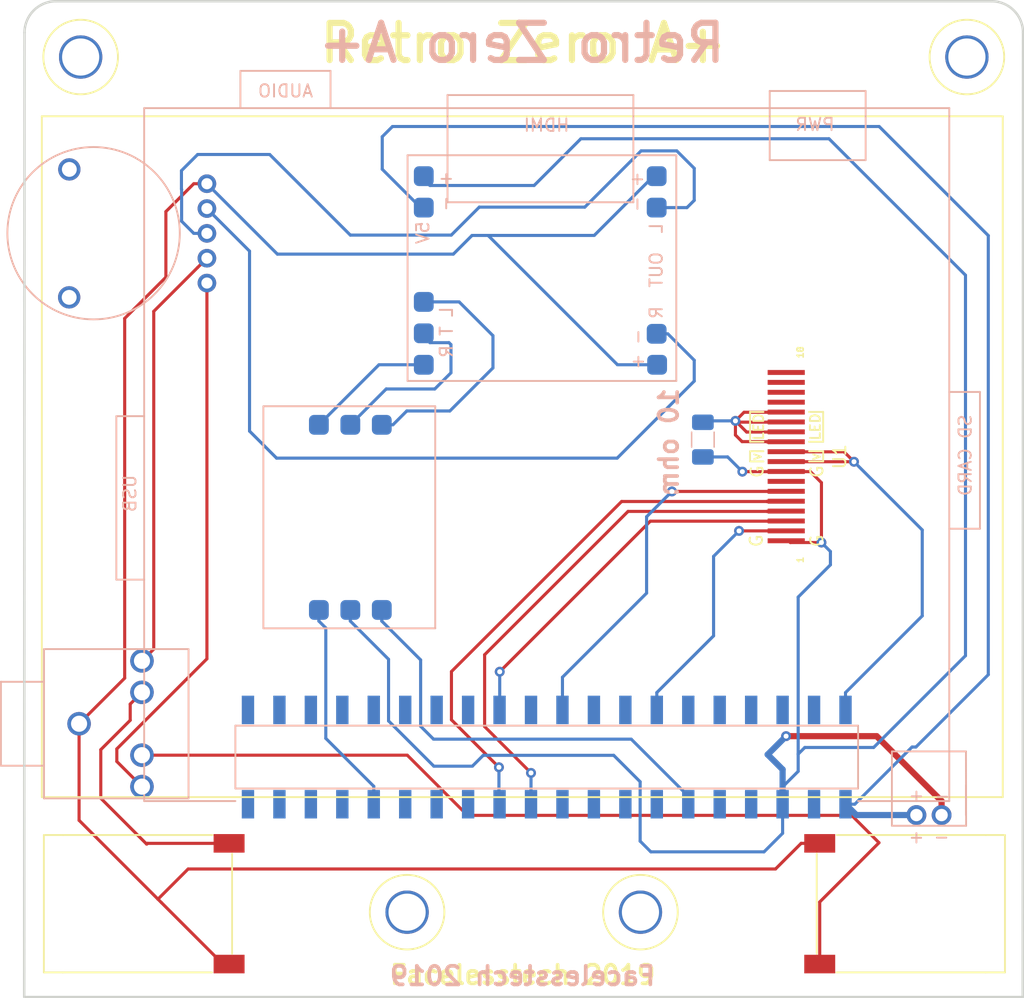
<source format=kicad_pcb>
(kicad_pcb (version 20171130) (host pcbnew 5.0.2+dfsg1-1~bpo9+1)

  (general
    (thickness 1.6)
    (drawings 11)
    (tracks 214)
    (zones 0)
    (modules 14)
    (nets 61)
  )

  (page A4)
  (layers
    (0 F.Cu signal)
    (31 B.Cu signal)
    (32 B.Adhes user)
    (33 F.Adhes user)
    (34 B.Paste user)
    (35 F.Paste user)
    (36 B.SilkS user)
    (37 F.SilkS user)
    (38 B.Mask user)
    (39 F.Mask user)
    (40 Dwgs.User user)
    (41 Cmts.User user)
    (42 Eco1.User user)
    (43 Eco2.User user)
    (44 Edge.Cuts user)
    (45 Margin user)
    (46 B.CrtYd user)
    (47 F.CrtYd user)
    (48 B.Fab user)
    (49 F.Fab user)
  )

  (setup
    (last_trace_width 0.25)
    (user_trace_width 0.5)
    (trace_clearance 0.2)
    (zone_clearance 0.508)
    (zone_45_only no)
    (trace_min 0.2)
    (segment_width 0.2)
    (edge_width 0.2)
    (via_size 0.8)
    (via_drill 0.4)
    (via_min_size 0.4)
    (via_min_drill 0.3)
    (uvia_size 0.3)
    (uvia_drill 0.1)
    (uvias_allowed no)
    (uvia_min_size 0.2)
    (uvia_min_drill 0.1)
    (pcb_text_width 0.3)
    (pcb_text_size 1.5 1.5)
    (mod_edge_width 0.15)
    (mod_text_size 1 1)
    (mod_text_width 0.15)
    (pad_size 1.524 1.524)
    (pad_drill 0.762)
    (pad_to_mask_clearance 0.051)
    (solder_mask_min_width 0.25)
    (aux_axis_origin 0 0)
    (visible_elements FFFFFF7F)
    (pcbplotparams
      (layerselection 0x010f0_ffffffff)
      (usegerberextensions false)
      (usegerberattributes false)
      (usegerberadvancedattributes false)
      (creategerberjobfile false)
      (excludeedgelayer true)
      (linewidth 0.100000)
      (plotframeref false)
      (viasonmask false)
      (mode 1)
      (useauxorigin false)
      (hpglpennumber 1)
      (hpglpenspeed 20)
      (hpglpendiameter 15.000000)
      (psnegative false)
      (psa4output false)
      (plotreference true)
      (plotvalue true)
      (plotinvisibletext false)
      (padsonsilk false)
      (subtractmaskfromsilk false)
      (outputformat 1)
      (mirror false)
      (drillshape 0)
      (scaleselection 1)
      (outputdirectory "gerbers/"))
  )

  (net 0 "")
  (net 1 "Net-(J1-Pad1)")
  (net 2 "Net-(J1-Pad2)")
  (net 3 "Net-(J1-Pad3)")
  (net 4 "Net-(J1-Pad4)")
  (net 5 "Net-(J1-Pad5)")
  (net 6 "Net-(J1-Pad7)")
  (net 7 "Net-(J1-Pad8)")
  (net 8 "Net-(J1-Pad9)")
  (net 9 "Net-(J1-Pad10)")
  (net 10 "Net-(J1-Pad11)")
  (net 11 "Net-(J1-Pad12)")
  (net 12 "Net-(J1-Pad13)")
  (net 13 "Net-(J1-Pad14)")
  (net 14 "Net-(J1-Pad15)")
  (net 15 "Net-(J1-Pad16)")
  (net 16 "Net-(J1-Pad17)")
  (net 17 "Net-(J1-Pad18)")
  (net 18 "Net-(J1-Pad19)")
  (net 19 "Net-(J1-Pad20)")
  (net 20 "Net-(J1-Pad21)")
  (net 21 "Net-(J1-Pad22)")
  (net 22 "Net-(J1-Pad23)")
  (net 23 "Net-(J1-Pad24)")
  (net 24 "Net-(J1-Pad25)")
  (net 25 "Net-(J1-Pad26)")
  (net 26 "Net-(J1-Pad27)")
  (net 27 "Net-(J1-Pad28)")
  (net 28 "Net-(J1-Pad29)")
  (net 29 "Net-(J1-Pad30)")
  (net 30 "Net-(J1-Pad31)")
  (net 31 "Net-(J1-Pad32)")
  (net 32 "Net-(J1-Pad33)")
  (net 33 "Net-(J1-Pad34)")
  (net 34 "Net-(J1-Pad35)")
  (net 35 "Net-(J1-Pad36)")
  (net 36 "Net-(J1-Pad37)")
  (net 37 "Net-(J1-Pad38)")
  (net 38 "Net-(J1-Pad39)")
  (net 39 "Net-(J1-Pad40)")
  (net 40 "Net-(R1-Pad2)")
  (net 41 "Net-(U1-Pad7)")
  (net 42 "Net-(U1-Pad15)")
  (net 43 "Net-(U1-Pad16)")
  (net 44 "Net-(U1-Pad17)")
  (net 45 "Net-(U1-Pad18)")
  (net 46 "Net-(LS1-Pad1)")
  (net 47 "Net-(U2-Pad7)")
  (net 48 "Net-(U2-Pad8)")
  (net 49 "Net-(LS2-Pad2)")
  (net 50 "Net-(LS1-Pad2)")
  (net 51 "Net-(U3-Pad4)")
  (net 52 "Net-(U3-Pad5)")
  (net 53 "Net-(U5-Pad1)")
  (net 54 "Net-(U6-Pad1)")
  (net 55 "Net-(U7-Pad1)")
  (net 56 "Net-(U8-Pad1)")
  (net 57 "Net-(J1-Pad6)")
  (net 58 "Net-(U2-Pad1)")
  (net 59 "Net-(U2-Pad3)")
  (net 60 "Net-(U2-Pad2)")

  (net_class Default "This is the default net class."
    (clearance 0.2)
    (trace_width 0.25)
    (via_dia 0.8)
    (via_drill 0.4)
    (uvia_dia 0.3)
    (uvia_drill 0.1)
    (add_net "Net-(J1-Pad1)")
    (add_net "Net-(J1-Pad10)")
    (add_net "Net-(J1-Pad11)")
    (add_net "Net-(J1-Pad12)")
    (add_net "Net-(J1-Pad13)")
    (add_net "Net-(J1-Pad14)")
    (add_net "Net-(J1-Pad15)")
    (add_net "Net-(J1-Pad16)")
    (add_net "Net-(J1-Pad17)")
    (add_net "Net-(J1-Pad18)")
    (add_net "Net-(J1-Pad19)")
    (add_net "Net-(J1-Pad2)")
    (add_net "Net-(J1-Pad20)")
    (add_net "Net-(J1-Pad21)")
    (add_net "Net-(J1-Pad22)")
    (add_net "Net-(J1-Pad23)")
    (add_net "Net-(J1-Pad24)")
    (add_net "Net-(J1-Pad25)")
    (add_net "Net-(J1-Pad26)")
    (add_net "Net-(J1-Pad27)")
    (add_net "Net-(J1-Pad28)")
    (add_net "Net-(J1-Pad29)")
    (add_net "Net-(J1-Pad3)")
    (add_net "Net-(J1-Pad30)")
    (add_net "Net-(J1-Pad31)")
    (add_net "Net-(J1-Pad32)")
    (add_net "Net-(J1-Pad33)")
    (add_net "Net-(J1-Pad34)")
    (add_net "Net-(J1-Pad35)")
    (add_net "Net-(J1-Pad36)")
    (add_net "Net-(J1-Pad37)")
    (add_net "Net-(J1-Pad38)")
    (add_net "Net-(J1-Pad39)")
    (add_net "Net-(J1-Pad4)")
    (add_net "Net-(J1-Pad40)")
    (add_net "Net-(J1-Pad5)")
    (add_net "Net-(J1-Pad6)")
    (add_net "Net-(J1-Pad7)")
    (add_net "Net-(J1-Pad8)")
    (add_net "Net-(J1-Pad9)")
    (add_net "Net-(LS1-Pad1)")
    (add_net "Net-(LS1-Pad2)")
    (add_net "Net-(LS2-Pad2)")
    (add_net "Net-(R1-Pad2)")
    (add_net "Net-(U1-Pad15)")
    (add_net "Net-(U1-Pad16)")
    (add_net "Net-(U1-Pad17)")
    (add_net "Net-(U1-Pad18)")
    (add_net "Net-(U1-Pad7)")
    (add_net "Net-(U2-Pad1)")
    (add_net "Net-(U2-Pad2)")
    (add_net "Net-(U2-Pad3)")
    (add_net "Net-(U2-Pad7)")
    (add_net "Net-(U2-Pad8)")
    (add_net "Net-(U3-Pad4)")
    (add_net "Net-(U3-Pad5)")
    (add_net "Net-(U5-Pad1)")
    (add_net "Net-(U6-Pad1)")
    (add_net "Net-(U7-Pad1)")
    (add_net "Net-(U8-Pad1)")
  )

  (module screens:3.2_screen_ribbon_breakout (layer F.Cu) (tedit 5D501A6B) (tstamp 5D501AA1)
    (at 169.7609 76.3778 90)
    (path /5D0BCEB2)
    (fp_text reference U1 (at 0 2.794 90) (layer F.SilkS)
      (effects (font (size 1 1) (thickness 0.15)))
    )
    (fp_text value 3.2_screen_ribbon (at 0 -5.715 90) (layer F.Fab) hide
      (effects (font (size 1 1) (thickness 0.15)))
    )
    (fp_text user 1 (at -8.3312 -0.381 90) (layer F.SilkS)
      (effects (font (size 0.5 0.5) (thickness 0.125)))
    )
    (fp_text user 18 (at 8.4328 -0.381 90) (layer F.SilkS)
      (effects (font (size 0.5 0.5) (thickness 0.125)))
    )
    (fp_line (start 0.4445 0.3175) (end 0.4445 1.4605) (layer F.SilkS) (width 0.15))
    (fp_line (start 0.4445 1.4605) (end -0.381 1.4605) (layer F.SilkS) (width 0.15))
    (fp_line (start -0.381 1.4605) (end -0.381 0.3175) (layer F.SilkS) (width 0.15))
    (fp_line (start 1.2065 -3.3655) (end 1.2065 -4.445) (layer F.SilkS) (width 0.15))
    (fp_line (start 0.4445 -4.445) (end -0.381 -4.445) (layer F.SilkS) (width 0.15))
    (fp_line (start 0.4445 -3.3655) (end 0.4445 -4.445) (layer F.SilkS) (width 0.15))
    (fp_line (start -0.381 -4.445) (end -0.381 -3.3655) (layer F.SilkS) (width 0.15))
    (fp_line (start 3.6195 -3.3655) (end 3.6195 -4.445) (layer F.SilkS) (width 0.15))
    (fp_line (start 3.6195 -4.445) (end 1.2065 -4.445) (layer F.SilkS) (width 0.15))
    (fp_text user v (at 0 -3.937 270) (layer F.SilkS)
      (effects (font (size 0.8 0.8) (thickness 0.15)))
    )
    (fp_text user LED (at 2.413 -3.7465 270) (layer F.SilkS)
      (effects (font (size 0.8 0.8) (thickness 0.15)))
    )
    (fp_text user LED (at 2.413 0.8255 90) (layer F.SilkS)
      (effects (font (size 0.8 0.8) (thickness 0.15)))
    )
    (fp_text user v (at 0 0.8255 90) (layer F.SilkS)
      (effects (font (size 0.8 0.8) (thickness 0.15)))
    )
    (fp_text user G (at -1.2065 -3.8735 90) (layer F.SilkS)
      (effects (font (size 1 1) (thickness 0.15)))
    )
    (fp_text user G (at -1.2065 0.9525 90) (layer F.SilkS)
      (effects (font (size 1 1) (thickness 0.15)))
    )
    (fp_text user G (at -6.7945 -3.937 90) (layer F.SilkS)
      (effects (font (size 1 1) (thickness 0.15)))
    )
    (fp_text user G (at -6.7945 0.9525 90) (layer F.SilkS)
      (effects (font (size 1 1) (thickness 0.15)))
    )
    (fp_line (start 1.2065 0.3175) (end 1.2065 1.4605) (layer F.SilkS) (width 0.15))
    (fp_line (start 1.2065 1.4605) (end 3.6195 1.4605) (layer F.SilkS) (width 0.15))
    (fp_line (start 3.6195 1.4605) (end 3.6195 0.3175) (layer F.SilkS) (width 0.15))
    (fp_line (start 27.5082 15.9639) (end -27.5082 15.9639) (layer F.SilkS) (width 0.15))
    (fp_line (start 27.5082 15.9639) (end 27.5082 -61.6458) (layer F.SilkS) (width 0.15))
    (fp_line (start 27.5082 -61.6458) (end 27.5082 -61.6331) (layer F.SilkS) (width 0.15))
    (fp_line (start -27.5082 15.9639) (end -27.5082 -61.6458) (layer F.SilkS) (width 0.15))
    (fp_line (start 27.5082 -61.6458) (end -27.5082 -61.6458) (layer F.SilkS) (width 0.15))
    (pad 1 smd rect (at -6.7945 -1.524 90) (size 0.4 3) (layers F.Cu F.Paste F.Mask)
      (net 57 "Net-(J1-Pad6)"))
    (pad 2 smd rect (at -5.9944 -1.524 90) (size 0.4 3) (layers F.Cu F.Paste F.Mask)
      (net 12 "Net-(J1-Pad13)"))
    (pad 3 smd rect (at -5.1943 -1.524 90) (size 0.4 3) (layers F.Cu F.Paste F.Mask)
      (net 22 "Net-(J1-Pad23)"))
    (pad 4 smd rect (at -4.3942 -1.524 90) (size 0.4 3) (layers F.Cu F.Paste F.Mask)
      (net 21 "Net-(J1-Pad22)"))
    (pad 5 smd rect (at -3.5941 -1.524 90) (size 0.4 3) (layers F.Cu F.Paste F.Mask)
      (net 23 "Net-(J1-Pad24)"))
    (pad 6 smd rect (at -2.794 -1.524 90) (size 0.4 3) (layers F.Cu F.Paste F.Mask)
      (net 18 "Net-(J1-Pad19)"))
    (pad 7 smd rect (at -1.9939 -1.524 90) (size 0.4 3) (layers F.Cu F.Paste F.Mask)
      (net 41 "Net-(U1-Pad7)"))
    (pad 8 smd rect (at -1.1938 -1.524 90) (size 0.4 3) (layers F.Cu F.Paste F.Mask)
      (net 57 "Net-(J1-Pad6)"))
    (pad 9 smd rect (at -0.3937 -1.524 90) (size 0.4 3) (layers F.Cu F.Paste F.Mask)
      (net 1 "Net-(J1-Pad1)"))
    (pad 10 smd rect (at 0.4064 -1.524 90) (size 0.4 3) (layers F.Cu F.Paste F.Mask)
      (net 1 "Net-(J1-Pad1)"))
    (pad 11 smd rect (at 1.2065 -1.524 90) (size 0.4 3) (layers F.Cu F.Paste F.Mask)
      (net 40 "Net-(R1-Pad2)"))
    (pad 12 smd rect (at 2.0066 -1.524 90) (size 0.4 3) (layers F.Cu F.Paste F.Mask)
      (net 40 "Net-(R1-Pad2)"))
    (pad 13 smd rect (at 2.8067 -1.524 90) (size 0.4 3) (layers F.Cu F.Paste F.Mask)
      (net 40 "Net-(R1-Pad2)"))
    (pad 14 smd rect (at 3.6068 -1.524 90) (size 0.4 3) (layers F.Cu F.Paste F.Mask)
      (net 40 "Net-(R1-Pad2)"))
    (pad 15 smd rect (at 4.4069 -1.524 90) (size 0.4 3) (layers F.Cu F.Paste F.Mask)
      (net 42 "Net-(U1-Pad15)"))
    (pad 16 smd rect (at 5.207 -1.524 90) (size 0.4 3) (layers F.Cu F.Paste F.Mask)
      (net 43 "Net-(U1-Pad16)"))
    (pad 17 smd rect (at 6.0071 -1.524 90) (size 0.4 3) (layers F.Cu F.Paste F.Mask)
      (net 44 "Net-(U1-Pad17)"))
    (pad 18 smd rect (at 6.8072 -1.524 90) (size 0.4 3) (layers F.Cu F.Paste F.Mask)
      (net 45 "Net-(U1-Pad18)"))
  )

  (module raspberry_pi_gpio_custom:raspberry_pi_a+_gpio_smd_socket_outline_custom (layer B.Cu) (tedit 5D501B1D) (tstamp 5D4C73F3)
    (at 148.8948 100.6475 180)
    (path /5D0BCFB6)
    (fp_text reference J1 (at -0.254 -8.382 180) (layer B.SilkS) hide
      (effects (font (size 1 1) (thickness 0.15)) (justify mirror))
    )
    (fp_text value Raspberry_Pi_2_3 (at 0 10.922 180) (layer B.Fab) hide
      (effects (font (size 1 1) (thickness 0.15)) (justify mirror))
    )
    (fp_line (start -25.146 2.54) (end -25.146 -2.54) (layer B.SilkS) (width 0.15))
    (fp_line (start -25.146 -2.54) (end 25.146 -2.54) (layer B.SilkS) (width 0.15))
    (fp_line (start 25.146 -2.54) (end 25.146 2.54) (layer B.SilkS) (width 0.15))
    (fp_line (start 25.146 2.54) (end -25.146 2.54) (layer B.SilkS) (width 0.15))
    (fp_line (start -32.512 -3.556) (end -25.146 -3.556) (layer B.SilkS) (width 0.15))
    (fp_line (start 32.512 -3.556) (end 25.146 -3.556) (layer B.SilkS) (width 0.15))
    (fp_line (start 32.512 52.4383) (end -32.512 52.4383) (layer B.SilkS) (width 0.15))
    (fp_line (start -6.9977 52.451) (end -6.9977 44.831) (layer B.SilkS) (width 0.15))
    (fp_line (start 8.0137 44.831) (end 8.0137 52.451) (layer B.SilkS) (width 0.15))
    (fp_line (start -25.7556 53.8226) (end -25.7556 48.2346) (layer B.SilkS) (width 0.15))
    (fp_line (start -18.0086 48.2346) (end -25.7556 48.2346) (layer B.SilkS) (width 0.15))
    (fp_line (start -18.0086 48.2346) (end -18.0086 53.8226) (layer B.SilkS) (width 0.15))
    (fp_text user PWR (at -21.6662 51.1175 180) (layer B.SilkS)
      (effects (font (size 1 1) (thickness 0.15)) (justify mirror))
    )
    (fp_line (start -32.512 29.5021) (end -34.9885 29.5021) (layer B.SilkS) (width 0.15))
    (fp_line (start -34.9885 18.4531) (end -32.512 18.4531) (layer B.SilkS) (width 0.15))
    (fp_line (start -34.9885 18.4531) (end -34.9885 29.5021) (layer B.SilkS) (width 0.15))
    (fp_line (start 32.512 52.4383) (end 32.512 -3.556) (layer B.SilkS) (width 0.15))
    (fp_line (start -32.512 52.4383) (end -32.512 -3.556) (layer B.SilkS) (width 0.15))
    (fp_text user "SD CARD" (at -33.7947 24.384 90) (layer B.SilkS)
      (effects (font (size 1 1) (thickness 0.15)) (justify mirror))
    )
    (fp_line (start 34.7599 27.5463) (end 32.512 27.5463) (layer B.SilkS) (width 0.15))
    (fp_line (start 34.7599 14.3383) (end 32.512 14.3383) (layer B.SilkS) (width 0.15))
    (fp_line (start 34.7599 27.5463) (end 34.7599 14.3383) (layer B.SilkS) (width 0.15))
    (fp_text user USB (at 33.6677 21.2979 90) (layer B.SilkS)
      (effects (font (size 1 1) (thickness 0.15)) (justify mirror))
    )
    (fp_line (start -6.9977 52.4383) (end -6.9977 53.4924) (layer B.SilkS) (width 0.15))
    (fp_line (start 8.0137 52.4383) (end 8.0137 53.4924) (layer B.SilkS) (width 0.15))
    (fp_line (start -6.9977 53.4924) (end 8.0137 53.4924) (layer B.SilkS) (width 0.15))
    (fp_text user HDMI (at 0.0127 51.054 180) (layer B.SilkS)
      (effects (font (size 1 1) (thickness 0.15)) (justify mirror))
    )
    (fp_line (start -6.9977 44.831) (end 8.0137 44.831) (layer B.SilkS) (width 0.15))
    (fp_line (start 24.7396 52.4383) (end 24.7396 55.4482) (layer B.SilkS) (width 0.15))
    (fp_line (start 17.4625 52.4383) (end 17.4625 55.4482) (layer B.SilkS) (width 0.15))
    (fp_line (start 17.4625 55.4482) (end 24.7396 55.4482) (layer B.SilkS) (width 0.15))
    (fp_text user AUDIO (at 21.0947 53.8226) (layer B.SilkS)
      (effects (font (size 1 1) (thickness 0.15)) (justify mirror))
    )
    (fp_line (start -18.0086 53.8226) (end -25.7556 53.8226) (layer B.SilkS) (width 0.15))
    (pad 1 smd rect (at -24.13 3.81 180) (size 1 2.3) (layers B.Cu B.Paste B.Mask)
      (net 1 "Net-(J1-Pad1)"))
    (pad 2 smd rect (at -24.13 -3.81 180) (size 1 2.3) (layers B.Cu B.Paste B.Mask)
      (net 2 "Net-(J1-Pad2)"))
    (pad 3 smd rect (at -21.59 3.81 180) (size 1 2.3) (layers B.Cu B.Paste B.Mask)
      (net 3 "Net-(J1-Pad3)"))
    (pad 4 smd rect (at -21.59 -3.81 180) (size 1 2.3) (layers B.Cu B.Paste B.Mask)
      (net 4 "Net-(J1-Pad4)"))
    (pad 5 smd rect (at -19.05 3.81 180) (size 1 2.3) (layers B.Cu B.Paste B.Mask)
      (net 5 "Net-(J1-Pad5)"))
    (pad 6 smd rect (at -19.05 -3.81 180) (size 1 2.3) (layers B.Cu B.Paste B.Mask)
      (net 57 "Net-(J1-Pad6)"))
    (pad 7 smd rect (at -16.51 3.81 180) (size 1 2.3) (layers B.Cu B.Paste B.Mask)
      (net 6 "Net-(J1-Pad7)"))
    (pad 8 smd rect (at -16.51 -3.81 180) (size 1 2.3) (layers B.Cu B.Paste B.Mask)
      (net 7 "Net-(J1-Pad8)"))
    (pad 9 smd rect (at -13.97 3.81 180) (size 1 2.3) (layers B.Cu B.Paste B.Mask)
      (net 8 "Net-(J1-Pad9)"))
    (pad 10 smd rect (at -13.97 -3.81 180) (size 1 2.3) (layers B.Cu B.Paste B.Mask)
      (net 9 "Net-(J1-Pad10)"))
    (pad 11 smd rect (at -11.43 3.81 180) (size 1 2.3) (layers B.Cu B.Paste B.Mask)
      (net 10 "Net-(J1-Pad11)"))
    (pad 12 smd rect (at -11.43 -3.81 180) (size 1 2.3) (layers B.Cu B.Paste B.Mask)
      (net 11 "Net-(J1-Pad12)"))
    (pad 13 smd rect (at -8.89 3.81 180) (size 1 2.3) (layers B.Cu B.Paste B.Mask)
      (net 12 "Net-(J1-Pad13)"))
    (pad 14 smd rect (at -8.89 -3.81 180) (size 1 2.3) (layers B.Cu B.Paste B.Mask)
      (net 13 "Net-(J1-Pad14)"))
    (pad 15 smd rect (at -6.35 3.81 180) (size 1 2.3) (layers B.Cu B.Paste B.Mask)
      (net 14 "Net-(J1-Pad15)"))
    (pad 16 smd rect (at -6.35 -3.81 180) (size 1 2.3) (layers B.Cu B.Paste B.Mask)
      (net 15 "Net-(J1-Pad16)"))
    (pad 17 smd rect (at -3.81 3.81 180) (size 1 2.3) (layers B.Cu B.Paste B.Mask)
      (net 16 "Net-(J1-Pad17)"))
    (pad 18 smd rect (at -3.81 -3.81 180) (size 1 2.3) (layers B.Cu B.Paste B.Mask)
      (net 17 "Net-(J1-Pad18)"))
    (pad 19 smd rect (at -1.27 3.81 180) (size 1 2.3) (layers B.Cu B.Paste B.Mask)
      (net 18 "Net-(J1-Pad19)"))
    (pad 20 smd rect (at -1.27 -3.81 180) (size 1 2.3) (layers B.Cu B.Paste B.Mask)
      (net 19 "Net-(J1-Pad20)"))
    (pad 21 smd rect (at 1.27 3.81 180) (size 1 2.3) (layers B.Cu B.Paste B.Mask)
      (net 20 "Net-(J1-Pad21)"))
    (pad 22 smd rect (at 1.27 -3.81 180) (size 1 2.3) (layers B.Cu B.Paste B.Mask)
      (net 21 "Net-(J1-Pad22)"))
    (pad 23 smd rect (at 3.81 3.81 180) (size 1 2.3) (layers B.Cu B.Paste B.Mask)
      (net 22 "Net-(J1-Pad23)"))
    (pad 24 smd rect (at 3.81 -3.81 180) (size 1 2.3) (layers B.Cu B.Paste B.Mask)
      (net 23 "Net-(J1-Pad24)"))
    (pad 25 smd rect (at 6.35 3.81 180) (size 1 2.3) (layers B.Cu B.Paste B.Mask)
      (net 24 "Net-(J1-Pad25)"))
    (pad 26 smd rect (at 6.35 -3.81 180) (size 1 2.3) (layers B.Cu B.Paste B.Mask)
      (net 25 "Net-(J1-Pad26)"))
    (pad 27 smd rect (at 8.89 3.81 180) (size 1 2.3) (layers B.Cu B.Paste B.Mask)
      (net 26 "Net-(J1-Pad27)"))
    (pad 28 smd rect (at 8.89 -3.81 180) (size 1 2.3) (layers B.Cu B.Paste B.Mask)
      (net 27 "Net-(J1-Pad28)"))
    (pad 29 smd rect (at 11.43 3.81 180) (size 1 2.3) (layers B.Cu B.Paste B.Mask)
      (net 28 "Net-(J1-Pad29)"))
    (pad 30 smd rect (at 11.43 -3.81 180) (size 1 2.3) (layers B.Cu B.Paste B.Mask)
      (net 29 "Net-(J1-Pad30)"))
    (pad 31 smd rect (at 13.97 3.81 180) (size 1 2.3) (layers B.Cu B.Paste B.Mask)
      (net 30 "Net-(J1-Pad31)"))
    (pad 32 smd rect (at 13.97 -3.81 180) (size 1 2.3) (layers B.Cu B.Paste B.Mask)
      (net 31 "Net-(J1-Pad32)"))
    (pad 33 smd rect (at 16.51 3.81 180) (size 1 2.3) (layers B.Cu B.Paste B.Mask)
      (net 32 "Net-(J1-Pad33)"))
    (pad 34 smd rect (at 16.51 -3.81 180) (size 1 2.3) (layers B.Cu B.Paste B.Mask)
      (net 33 "Net-(J1-Pad34)"))
    (pad 35 smd rect (at 19.05 3.81 180) (size 1 2.3) (layers B.Cu B.Paste B.Mask)
      (net 34 "Net-(J1-Pad35)"))
    (pad 36 smd rect (at 19.05 -3.81 180) (size 1 2.3) (layers B.Cu B.Paste B.Mask)
      (net 35 "Net-(J1-Pad36)"))
    (pad 37 smd rect (at 21.59 3.81 180) (size 1 2.3) (layers B.Cu B.Paste B.Mask)
      (net 36 "Net-(J1-Pad37)"))
    (pad 38 smd rect (at 21.59 -3.81 180) (size 1 2.3) (layers B.Cu B.Paste B.Mask)
      (net 37 "Net-(J1-Pad38)"))
    (pad 39 smd rect (at 24.13 3.81 180) (size 1 2.3) (layers B.Cu B.Paste B.Mask)
      (net 38 "Net-(J1-Pad39)"))
    (pad 40 smd rect (at 24.13 -3.81 180) (size 1 2.3) (layers B.Cu B.Paste B.Mask)
      (net 39 "Net-(J1-Pad40)"))
  )

  (module Sound_stuff_custom:PAM8403_custom_smd (layer B.Cu) (tedit 5D501ABA) (tstamp 5D4EE41B)
    (at 138.9634 68.9483 90)
    (path /5D0D0E37)
    (fp_text reference U2 (at 7.5057 10.8458 90) (layer B.SilkS) hide
      (effects (font (size 1 1) (thickness 0.15)) (justify mirror))
    )
    (fp_text value pam8403 (at 8.3312 13.7414 90) (layer B.Fab) hide
      (effects (font (size 1 1) (thickness 0.15)) (justify mirror))
    )
    (fp_line (start -1.3081 -1.3081) (end -1.3081 20.3962) (layer B.SilkS) (width 0.15))
    (fp_line (start -1.3081 20.3962) (end 16.9291 20.3962) (layer B.SilkS) (width 0.15))
    (fp_line (start 16.9291 20.3962) (end 16.9291 -1.3081) (layer B.SilkS) (width 0.15))
    (fp_line (start 16.9291 -1.3081) (end -1.3081 -1.3081) (layer B.SilkS) (width 0.15))
    (fp_text user "L T R" (at 2.6289 1.8288 90) (layer B.SilkS)
      (effects (font (size 1 1) (thickness 0.15)) (justify mirror))
    )
    (fp_text user "+ -" (at 14.0208 1.7399 90) (layer B.SilkS)
      (effects (font (size 1 1) (thickness 0.15)) (justify mirror))
    )
    (fp_text user "L  OUT  R" (at 7.5819 18.7706 90) (layer B.SilkS)
      (effects (font (size 1 1) (thickness 0.15)) (justify mirror))
    )
    (fp_text user "- +" (at 1.2573 17.2593 90) (layer B.SilkS)
      (effects (font (size 1 1) (thickness 0.15)) (justify mirror))
    )
    (fp_text user "+ -" (at 13.9827 17.1831 90) (layer B.SilkS)
      (effects (font (size 1 1) (thickness 0.15)) (justify mirror))
    )
    (fp_text user 5V (at 10.668 -0.0762 90) (layer B.SilkS)
      (effects (font (size 1 1) (thickness 0.15)) (justify mirror))
    )
    (pad 1 smd roundrect (at 0 0 90) (size 1.6 1.6) (layers B.Cu B.Paste B.Mask) (roundrect_rratio 0.25)
      (net 58 "Net-(U2-Pad1)"))
    (pad 2 smd roundrect (at 2.54 0 90) (size 1.6 1.6) (layers B.Cu B.Paste B.Mask) (roundrect_rratio 0.25)
      (net 60 "Net-(U2-Pad2)"))
    (pad 3 smd roundrect (at 5.08 0 90) (size 1.6 1.6) (layers B.Cu B.Paste B.Mask) (roundrect_rratio 0.25)
      (net 59 "Net-(U2-Pad3)"))
    (pad 4 smd roundrect (at 12.7 0 90) (size 1.6 1.6) (layers B.Cu B.Paste B.Mask) (roundrect_rratio 0.25)
      (net 2 "Net-(J1-Pad2)"))
    (pad 5 smd roundrect (at 15.24 0 90) (size 1.6 1.6) (layers B.Cu B.Paste B.Mask) (roundrect_rratio 0.25)
      (net 57 "Net-(J1-Pad6)"))
    (pad 6 smd roundrect (at 0 18.8468 90) (size 1.6 1.6) (layers B.Cu B.Paste B.Mask) (roundrect_rratio 0.25)
      (net 46 "Net-(LS1-Pad1)"))
    (pad 7 smd roundrect (at 2.5019 18.8087 90) (size 1.6 1.6) (layers B.Cu B.Paste B.Mask) (roundrect_rratio 0.25)
      (net 47 "Net-(U2-Pad7)"))
    (pad 8 smd roundrect (at 12.7 18.8087 90) (size 1.6 1.6) (layers B.Cu B.Paste B.Mask) (roundrect_rratio 0.25)
      (net 48 "Net-(U2-Pad8)"))
    (pad 9 smd roundrect (at 15.24 18.8087 90) (size 1.6 1.6) (layers B.Cu B.Paste B.Mask) (roundrect_rratio 0.25)
      (net 46 "Net-(LS1-Pad1)"))
  )

  (module Sound_stuff_custom:GBC_pot_custom (layer B.Cu) (tedit 5D501ADC) (tstamp 5D60A4D0)
    (at 121.4501 58.3311 270)
    (path /5D0D77D0)
    (fp_text reference U3 (at -0.0254 -4.4958 270) (layer B.SilkS) hide
      (effects (font (size 1 1) (thickness 0.15)) (justify mirror))
    )
    (fp_text value sound_pot_5pin (at -0.0254 -2.0574 270) (layer B.Fab) hide
      (effects (font (size 1 1) (thickness 0.15)) (justify mirror))
    )
    (fp_circle (center -0.0127 9.153352) (end -6.9723 8.937452) (layer B.SilkS) (width 0.15))
    (pad 1 thru_hole circle (at -4.0132 0 270) (size 1.5 1.5) (drill 0.9) (layers *.Cu *.Mask)
      (net 46 "Net-(LS1-Pad1)"))
    (pad 2 thru_hole circle (at -2.0066 0 270) (size 1.5 1.5) (drill 0.9) (layers *.Cu *.Mask)
      (net 47 "Net-(U2-Pad7)"))
    (pad 3 thru_hole circle (at 0 0 270) (size 1.5 1.5) (drill 0.9) (layers *.Cu *.Mask)
      (net 48 "Net-(U2-Pad8)"))
    (pad 4 thru_hole circle (at 2.0066 0 270) (size 1.5 1.5) (drill 0.9) (layers *.Cu *.Mask)
      (net 51 "Net-(U3-Pad4)"))
    (pad 5 thru_hole circle (at 4.0132 0 270) (size 1.5 1.5) (drill 0.9) (layers *.Cu *.Mask)
      (net 52 "Net-(U3-Pad5)"))
    (pad 6 thru_hole circle (at 5.1689 11.1252 270) (size 1.8 1.8) (drill 1.2) (layers *.Cu *.Mask))
    (pad 7 thru_hole circle (at -5.1689 11.1125 270) (size 1.8 1.8) (drill 1.2) (layers *.Cu *.Mask))
  )

  (module Sound_stuff_custom:5_pin_3.5_jack (layer B.Cu) (tedit 5D501ACC) (tstamp 5D5B5857)
    (at 116.205 97.9551 270)
    (path /5D0E0458)
    (fp_text reference U4 (at 0 -5.7531 270) (layer B.SilkS) hide
      (effects (font (size 1 1) (thickness 0.15)) (justify mirror))
    )
    (fp_text value audio_jack_5pin (at -0.0127 -7.4168 270) (layer B.Fab) hide
      (effects (font (size 1 1) (thickness 0.15)) (justify mirror))
    )
    (fp_line (start -6.0325 -3.7592) (end 6.0325 -3.7592) (layer B.SilkS) (width 0.15))
    (fp_line (start 6.0325 -3.7592) (end 6.0325 7.9121) (layer B.SilkS) (width 0.15))
    (fp_line (start 6.0325 7.9121) (end -6.0325 7.9121) (layer B.SilkS) (width 0.15))
    (fp_line (start -6.0325 7.9121) (end -6.0325 -3.7592) (layer B.SilkS) (width 0.15))
    (fp_line (start -3.3909 7.9121) (end -3.3909 11.3919) (layer B.SilkS) (width 0.15))
    (fp_line (start -3.3909 11.3919) (end 3.3909 11.3919) (layer B.SilkS) (width 0.15))
    (fp_line (start 3.3909 11.3919) (end 3.3909 7.9121) (layer B.SilkS) (width 0.15))
    (pad 1 thru_hole circle (at 0 5.08 270) (size 1.9 1.9) (drill 1.3) (layers *.Cu *.Mask)
      (net 46 "Net-(LS1-Pad1)"))
    (pad 4 thru_hole circle (at -2.54 0 270) (size 1.9 1.9) (drill 1.3) (layers *.Cu *.Mask)
      (net 50 "Net-(LS1-Pad2)"))
    (pad 5 thru_hole circle (at -5.08 0 270) (size 1.9 1.9) (drill 1.3) (layers *.Cu *.Mask)
      (net 51 "Net-(U3-Pad4)"))
    (pad 3 thru_hole circle (at 2.54 0 270) (size 1.9 1.9) (drill 1.3) (layers *.Cu *.Mask)
      (net 49 "Net-(LS2-Pad2)"))
    (pad 2 thru_hole circle (at 5.08 0 270) (size 1.9 1.9) (drill 1.3) (layers *.Cu *.Mask)
      (net 52 "Net-(U3-Pad5)"))
  )

  (module speakers:square_smd_speaker_custom (layer F.Cu) (tedit 5D50185C) (tstamp 5D4C751D)
    (at 123.4821 112.4966 90)
    (path /5D0D2FAA)
    (fp_text reference LS1 (at 9.3726 -8.2677 180) (layer F.SilkS) hide
      (effects (font (size 1 1) (thickness 0.15)))
    )
    (fp_text value Speaker (at 0.4699 -7.6073 180) (layer F.Fab)
      (effects (font (size 1 1) (thickness 0.15)))
    )
    (fp_line (start -5.5499 -15.2019) (end 5.5499 -15.2019) (layer F.SilkS) (width 0.15))
    (fp_line (start -5.5499 -1.6129) (end -5.5499 -13.6779) (layer F.SilkS) (width 0.15))
    (fp_line (start -5.5499 -13.6525) (end -5.5499 -15.2019) (layer F.SilkS) (width 0.15))
    (fp_line (start 5.5499 -13.6525) (end 5.5499 -15.2019) (layer F.SilkS) (width 0.15))
    (fp_line (start 5.5499 -1.5748) (end 5.5499 -13.6398) (layer F.SilkS) (width 0.15))
    (fp_line (start -4.0513 0) (end 4.0386 0) (layer F.SilkS) (width 0.15))
    (pad 2 smd rect (at 4.8768 -0.2413 90) (size 1.5 2.5) (layers F.Cu F.Paste F.Mask)
      (net 50 "Net-(LS1-Pad2)"))
    (pad 1 smd rect (at -4.8768 -0.2413 90) (size 1.5 2.5) (layers F.Cu F.Paste F.Mask)
      (net 46 "Net-(LS1-Pad1)"))
  )

  (module Sound_stuff_custom:Sound_filter_custom_smd (layer B.Cu) (tedit 5D501AC5) (tstamp 5D673BAC)
    (at 133.0325 88.7603)
    (path /5D4F4B80)
    (fp_text reference U9 (at 0.2667 4.0132) (layer B.SilkS) hide
      (effects (font (size 1 1) (thickness 0.15)) (justify mirror))
    )
    (fp_text value sound_filter_smd_custom (at 0.0508 5.4991) (layer B.Fab) hide
      (effects (font (size 1 1) (thickness 0.15)) (justify mirror))
    )
    (fp_line (start -7.0104 1.4859) (end 6.858 1.4859) (layer B.SilkS) (width 0.15))
    (fp_line (start -7.0104 -16.4592) (end 6.858 -16.4592) (layer B.SilkS) (width 0.15))
    (fp_line (start -7.0231 1.4859) (end -7.0231 -16.4592) (layer B.SilkS) (width 0.15))
    (fp_line (start 6.858 1.4859) (end 6.858 -16.4592) (layer B.SilkS) (width 0.15))
    (pad 1 smd roundrect (at -2.54 0) (size 1.6 1.6) (layers B.Cu B.Paste B.Mask) (roundrect_rratio 0.25)
      (net 31 "Net-(J1-Pad32)"))
    (pad 2 smd roundrect (at 0 0) (size 1.6 1.6) (layers B.Cu B.Paste B.Mask) (roundrect_rratio 0.25)
      (net 57 "Net-(J1-Pad6)"))
    (pad 3 smd roundrect (at 2.54 0) (size 1.6 1.6) (layers B.Cu B.Paste B.Mask) (roundrect_rratio 0.25)
      (net 11 "Net-(J1-Pad12)"))
    (pad 4 smd roundrect (at -2.54 -14.9606) (size 1.6 1.6) (layers B.Cu B.Paste B.Mask) (roundrect_rratio 0.25)
      (net 58 "Net-(U2-Pad1)"))
    (pad 5 smd roundrect (at 0 -14.9606) (size 1.6 1.6) (layers B.Cu B.Paste B.Mask) (roundrect_rratio 0.25)
      (net 60 "Net-(U2-Pad2)"))
    (pad 6 smd roundrect (at 2.54 -14.9606) (size 1.6 1.6) (layers B.Cu B.Paste B.Mask) (roundrect_rratio 0.25)
      (net 59 "Net-(U2-Pad3)"))
  )

  (module speakers:square_smd_speaker_custom (layer F.Cu) (tedit 5D50185F) (tstamp 5D5B74AB)
    (at 170.7007 112.4966 270)
    (path /5D0D2EA3)
    (fp_text reference LS2 (at 9.3726 -8.2677) (layer F.SilkS) hide
      (effects (font (size 1 1) (thickness 0.15)))
    )
    (fp_text value Speaker (at 0.0127 -8.4201) (layer F.Fab)
      (effects (font (size 1 1) (thickness 0.15)))
    )
    (fp_line (start -4.0513 0) (end 4.0386 0) (layer F.SilkS) (width 0.15))
    (fp_line (start 5.5499 -1.5748) (end 5.5499 -13.6398) (layer F.SilkS) (width 0.15))
    (fp_line (start 5.5499 -13.6525) (end 5.5499 -15.2019) (layer F.SilkS) (width 0.15))
    (fp_line (start -5.5499 -13.6525) (end -5.5499 -15.2019) (layer F.SilkS) (width 0.15))
    (fp_line (start -5.5499 -1.6129) (end -5.5499 -13.6779) (layer F.SilkS) (width 0.15))
    (fp_line (start -5.5499 -15.2019) (end 5.5499 -15.2019) (layer F.SilkS) (width 0.15))
    (pad 1 smd rect (at -4.8768 -0.2413 270) (size 1.5 2.5) (layers F.Cu F.Paste F.Mask)
      (net 46 "Net-(LS1-Pad1)"))
    (pad 2 smd rect (at 4.8768 -0.2413 270) (size 1.5 2.5) (layers F.Cu F.Paste F.Mask)
      (net 49 "Net-(LS2-Pad2)"))
  )

  (module Resistor_SMD:R_1206_3216Metric (layer B.Cu) (tedit 5D501A73) (tstamp 5D18646D)
    (at 161.5059 74.9965 90)
    (descr "Resistor SMD 1206 (3216 Metric), square (rectangular) end terminal, IPC_7351 nominal, (Body size source: http://www.tortai-tech.com/upload/download/2011102023233369053.pdf), generated with kicad-footprint-generator")
    (tags resistor)
    (path /5D0BD14D)
    (attr smd)
    (fp_text reference R1 (at 0 1.82 90) (layer B.SilkS) hide
      (effects (font (size 1 1) (thickness 0.15)) (justify mirror))
    )
    (fp_text value R (at 0 -1.82 90) (layer B.Fab) hide
      (effects (font (size 1 1) (thickness 0.15)) (justify mirror))
    )
    (fp_line (start -1.6 -0.8) (end -1.6 0.8) (layer B.Fab) (width 0.1))
    (fp_line (start -1.6 0.8) (end 1.6 0.8) (layer B.Fab) (width 0.1))
    (fp_line (start 1.6 0.8) (end 1.6 -0.8) (layer B.Fab) (width 0.1))
    (fp_line (start 1.6 -0.8) (end -1.6 -0.8) (layer B.Fab) (width 0.1))
    (fp_line (start -0.602064 0.91) (end 0.602064 0.91) (layer B.SilkS) (width 0.12))
    (fp_line (start -0.602064 -0.91) (end 0.602064 -0.91) (layer B.SilkS) (width 0.12))
    (fp_line (start -2.28 -1.12) (end -2.28 1.12) (layer B.CrtYd) (width 0.05))
    (fp_line (start -2.28 1.12) (end 2.28 1.12) (layer B.CrtYd) (width 0.05))
    (fp_line (start 2.28 1.12) (end 2.28 -1.12) (layer B.CrtYd) (width 0.05))
    (fp_line (start 2.28 -1.12) (end -2.28 -1.12) (layer B.CrtYd) (width 0.05))
    (fp_text user %R (at 0 0 90) (layer B.Fab)
      (effects (font (size 0.8 0.8) (thickness 0.12)) (justify mirror))
    )
    (pad 1 smd roundrect (at -1.4 0 90) (size 1.25 1.75) (layers B.Cu B.Paste B.Mask) (roundrect_rratio 0.2)
      (net 57 "Net-(J1-Pad6)"))
    (pad 2 smd roundrect (at 1.4 0 90) (size 1.25 1.75) (layers B.Cu B.Paste B.Mask) (roundrect_rratio 0.2)
      (net 40 "Net-(R1-Pad2)"))
    (model ${KISYS3DMOD}/Resistor_SMD.3dshapes/R_1206_3216Metric.wrl
      (at (xyz 0 0 0))
      (scale (xyz 1 1 1))
      (rotate (xyz 0 0 0))
    )
  )

  (module m3_hole_custom:m3_hole_custom (layer F.Cu) (tedit 5D501AEF) (tstamp 5D5CB529)
    (at 182.8292 44.0817)
    (path /5D4EF531)
    (fp_text reference U5 (at 0 2.921) (layer F.SilkS) hide
      (effects (font (size 1 1) (thickness 0.15)))
    )
    (fp_text value m3_standsoffs (at 0 -2.921) (layer F.Fab) hide
      (effects (font (size 1 1) (thickness 0.15)))
    )
    (fp_circle (center 0 0) (end 2.8575 0.9525) (layer F.SilkS) (width 0.15))
    (pad 1 thru_hole circle (at 0 0) (size 3.5 3.5) (drill 3) (layers *.Cu *.Mask)
      (net 53 "Net-(U5-Pad1)"))
  )

  (module m3_hole_custom:m3_hole_custom (layer F.Cu) (tedit 5D501AE2) (tstamp 5D5CB50F)
    (at 111.252 44.0817)
    (path /5D4EF5E2)
    (fp_text reference U6 (at 0 2.921) (layer F.SilkS) hide
      (effects (font (size 1 1) (thickness 0.15)))
    )
    (fp_text value m3_standsoffs (at 0 -2.921) (layer F.Fab) hide
      (effects (font (size 1 1) (thickness 0.15)))
    )
    (fp_circle (center 0 0) (end 2.8575 0.9525) (layer F.SilkS) (width 0.15))
    (pad 1 thru_hole circle (at 0 0) (size 3.5 3.5) (drill 3) (layers *.Cu *.Mask)
      (net 54 "Net-(U6-Pad1)"))
  )

  (module m3_hole_custom:m3_hole_custom (layer F.Cu) (tedit 5D501866) (tstamp 5D502625)
    (at 137.6172 113.1824)
    (path /5D4EF624)
    (fp_text reference U7 (at 0 2.921) (layer F.SilkS) hide
      (effects (font (size 1 1) (thickness 0.15)))
    )
    (fp_text value m3_standsoffs (at 0 -2.921) (layer F.Fab) hide
      (effects (font (size 1 1) (thickness 0.15)))
    )
    (fp_circle (center 0 0) (end 2.8575 0.9525) (layer F.SilkS) (width 0.15))
    (pad 1 thru_hole circle (at 0 0) (size 3.5 3.5) (drill 3) (layers *.Cu *.Mask)
      (net 55 "Net-(U7-Pad1)"))
  )

  (module m3_hole_custom:m3_hole_custom (layer F.Cu) (tedit 5D50186D) (tstamp 5D502659)
    (at 156.464 113.1824)
    (path /5D4EF666)
    (fp_text reference U8 (at 0 2.921) (layer F.SilkS) hide
      (effects (font (size 1 1) (thickness 0.15)))
    )
    (fp_text value m3_standsoffs (at 0 -2.921) (layer F.Fab) hide
      (effects (font (size 1 1) (thickness 0.15)))
    )
    (fp_circle (center 0 0) (end 2.8575 0.9525) (layer F.SilkS) (width 0.15))
    (pad 1 thru_hole circle (at 0 0) (size 3.5 3.5) (drill 3) (layers *.Cu *.Mask)
      (net 56 "Net-(U8-Pad1)"))
  )

  (module battery_connector_custom:jst_2pin_right_angle (layer B.Cu) (tedit 5D5023D5) (tstamp 5D5CB3E4)
    (at 179.7685 105.3338 180)
    (path /5D5042A8)
    (fp_text reference U10 (at 0 -3.429 180) (layer B.SilkS) hide
      (effects (font (size 1 1) (thickness 0.15)) (justify mirror))
    )
    (fp_text value battery_custom (at -4.318 0 90) (layer B.Fab) hide
      (effects (font (size 1 1) (thickness 0.15)) (justify mirror))
    )
    (fp_line (start -2.9845 0) (end -2.9845 2.413) (layer B.SilkS) (width 0.15))
    (fp_text user + (at 1.016 1.5875 180) (layer B.SilkS)
      (effects (font (size 1 1) (thickness 0.15)) (justify mirror))
    )
    (fp_text user _ (at -1.0795 2.032 180) (layer B.SilkS)
      (effects (font (size 1 1) (thickness 0.15)) (justify mirror))
    )
    (fp_text user - (at -1.016 -1.7526 180) (layer B.SilkS)
      (effects (font (size 1 1) (thickness 0.15)) (justify mirror))
    )
    (fp_text user + (at 1.016 -1.7653 180) (layer B.SilkS)
      (effects (font (size 1 1) (thickness 0.15)) (justify mirror))
    )
    (fp_line (start -2.9845 -0.8636) (end 2.9972 -0.8636) (layer B.SilkS) (width 0.15))
    (fp_line (start 2.9972 -0.8636) (end 2.9972 5.1435) (layer B.SilkS) (width 0.15))
    (fp_line (start 2.9972 5.1435) (end -2.9845 5.1435) (layer B.SilkS) (width 0.15))
    (fp_line (start -2.9845 5.1435) (end -2.9972 -0.8763) (layer B.SilkS) (width 0.15))
    (pad 1 thru_hole circle (at -1.016 0 180) (size 1.6 1.6) (drill 1) (layers *.Cu *.Mask)
      (net 57 "Net-(J1-Pad6)"))
    (pad 2 thru_hole circle (at 1.016 0 180) (size 1.6 1.6) (drill 1) (layers *.Cu *.Mask)
      (net 2 "Net-(J1-Pad2)"))
  )

  (gr_line (start 106.7181 42.1005) (end 106.6927 120.015) (layer Edge.Cuts) (width 0.2) (tstamp 5D501ED5))
  (gr_line (start 106.7054 120.0404) (end 187.3377 120.0404) (layer Edge.Cuts) (width 0.2) (tstamp 5D519572))
  (gr_text "Retro Zero A+" (at 146.8755 42.9514) (layer B.SilkS) (tstamp 5D5CB543)
    (effects (font (size 3 3) (thickness 0.5)) (justify mirror))
  )
  (gr_text "Facelesstech 2019" (at 146.939 118.3386) (layer B.SilkS) (tstamp 5D5CB53C)
    (effects (font (size 1.5 1.5) (thickness 0.3)) (justify mirror))
  )
  (gr_text "Facelesstech 2019" (at 146.9517 118.2497) (layer F.SilkS)
    (effects (font (size 1.5 1.5) (thickness 0.3)))
  )
  (gr_text "Retro Zero A+" (at 147.0025 42.9641) (layer F.SilkS) (tstamp 5D5CB536)
    (effects (font (size 3 3) (thickness 0.5)))
  )
  (gr_text "10 ohm" (at 158.75 75.2221 90) (layer B.SilkS)
    (effects (font (size 1.5 1.5) (thickness 0.3)) (justify mirror))
  )
  (gr_line (start 109.2581 39.5732) (end 184.8358 39.5732) (layer Edge.Cuts) (width 0.2))
  (gr_line (start 187.3631 42.1259) (end 187.3377 120.0404) (layer Edge.Cuts) (width 0.2))
  (gr_arc (start 184.8231 42.1132) (end 187.3631 42.1132) (angle -90) (layer Edge.Cuts) (width 0.2) (tstamp 5D501EC7))
  (gr_arc (start 109.2581 42.1132) (end 109.2581 39.5732) (angle -90) (layer Edge.Cuts) (width 0.2))

  (segment (start 173.0248 95.4375) (end 179.2224 89.2399) (width 0.25) (layer B.Cu) (net 1))
  (segment (start 173.0248 96.8375) (end 173.0248 95.4375) (width 0.25) (layer B.Cu) (net 1))
  (via (at 173.7106 76.7842) (size 0.8) (drill 0.4) (layers F.Cu B.Cu) (net 1))
  (segment (start 179.2224 82.296) (end 173.7106 76.7842) (width 0.25) (layer B.Cu) (net 1))
  (segment (start 179.2224 89.2399) (end 179.2224 82.296) (width 0.25) (layer B.Cu) (net 1))
  (segment (start 173.7106 76.7842) (end 168.4401 76.7842) (width 0.25) (layer F.Cu) (net 1))
  (segment (start 172.9105 75.9841) (end 173.7106 76.7842) (width 0.25) (layer F.Cu) (net 1))
  (segment (start 168.4401 75.9841) (end 172.9105 75.9841) (width 0.25) (layer F.Cu) (net 1))
  (segment (start 173.7748 104.4575) (end 178.3976 99.8347) (width 0.25) (layer B.Cu) (net 2))
  (segment (start 173.0248 104.4575) (end 173.7748 104.4575) (width 0.25) (layer B.Cu) (net 2))
  (segment (start 178.3976 99.8347) (end 178.7144 99.8347) (width 0.25) (layer B.Cu) (net 2))
  (segment (start 178.7144 99.8347) (end 184.5564 93.9927) (width 0.25) (layer B.Cu) (net 2))
  (segment (start 184.5564 93.9927) (end 184.5564 58.5089) (width 0.25) (layer B.Cu) (net 2))
  (segment (start 184.5564 58.5089) (end 175.7426 49.6951) (width 0.25) (layer B.Cu) (net 2))
  (segment (start 175.7426 49.6951) (end 136.4361 49.6951) (width 0.25) (layer B.Cu) (net 2))
  (segment (start 136.4361 49.6951) (end 135.6106 50.5206) (width 0.25) (layer B.Cu) (net 2))
  (segment (start 135.6106 53.1495) (end 138.7094 56.2483) (width 0.25) (layer B.Cu) (net 2))
  (segment (start 135.6106 50.5206) (end 135.6106 53.1495) (width 0.25) (layer B.Cu) (net 2))
  (segment (start 173.9011 105.3338) (end 173.0248 104.4575) (width 0.5) (layer B.Cu) (net 2))
  (segment (start 178.7525 105.3338) (end 173.9011 105.3338) (width 0.5) (layer B.Cu) (net 2))
  (segment (start 135.5725 89.6603) (end 138.7094 92.7972) (width 0.25) (layer B.Cu) (net 11))
  (segment (start 135.5725 88.7603) (end 135.5725 89.6603) (width 0.25) (layer B.Cu) (net 11))
  (segment (start 138.7094 92.7972) (end 138.7094 98.1583) (width 0.25) (layer B.Cu) (net 11))
  (segment (start 138.7094 98.1583) (end 139.7508 99.1997) (width 0.25) (layer B.Cu) (net 11))
  (segment (start 160.3248 103.8075) (end 160.3248 104.4575) (width 0.25) (layer B.Cu) (net 11))
  (segment (start 155.717 99.1997) (end 160.3248 103.8075) (width 0.25) (layer B.Cu) (net 11))
  (segment (start 139.7508 99.1997) (end 155.717 99.1997) (width 0.25) (layer B.Cu) (net 11))
  (segment (start 157.7848 95.4375) (end 162.3695 90.8528) (width 0.25) (layer B.Cu) (net 12))
  (segment (start 157.7848 96.8375) (end 157.7848 95.4375) (width 0.25) (layer B.Cu) (net 12))
  (via (at 164.4269 82.3722) (size 0.8) (drill 0.4) (layers F.Cu B.Cu) (net 12))
  (segment (start 162.3695 84.4296) (end 164.4269 82.3722) (width 0.25) (layer B.Cu) (net 12))
  (segment (start 162.3695 90.8528) (end 162.3695 84.4296) (width 0.25) (layer B.Cu) (net 12))
  (segment (start 168.4274 82.3722) (end 168.4401 82.3849) (width 0.25) (layer F.Cu) (net 12))
  (segment (start 164.4269 82.3722) (end 168.4274 82.3722) (width 0.25) (layer F.Cu) (net 12))
  (via (at 159.004 79.1845) (size 0.8) (drill 0.4) (layers F.Cu B.Cu) (net 18))
  (segment (start 168.4401 79.1845) (end 159.004 79.1845) (width 0.25) (layer F.Cu) (net 18))
  (segment (start 156.959799 81.228701) (end 156.959799 87.400901) (width 0.25) (layer B.Cu) (net 18))
  (segment (start 159.004 79.1845) (end 156.959799 81.228701) (width 0.25) (layer B.Cu) (net 18))
  (segment (start 150.1648 94.1959) (end 150.1648 96.8375) (width 0.25) (layer B.Cu) (net 18))
  (segment (start 156.959799 87.400901) (end 150.1648 94.1959) (width 0.25) (layer B.Cu) (net 18))
  (segment (start 166.6901 80.7847) (end 166.6774 80.7974) (width 0.25) (layer F.Cu) (net 21))
  (segment (start 168.4401 80.7847) (end 166.6901 80.7847) (width 0.25) (layer F.Cu) (net 21))
  (segment (start 166.6774 80.7974) (end 155.4607 80.7974) (width 0.25) (layer F.Cu) (net 21))
  (segment (start 155.4607 80.7974) (end 143.8783 92.3798) (width 0.25) (layer F.Cu) (net 21))
  (via (at 147.6248 101.9302) (size 0.8) (drill 0.4) (layers F.Cu B.Cu) (net 21))
  (segment (start 143.8783 98.1837) (end 147.6248 101.9302) (width 0.25) (layer F.Cu) (net 21))
  (segment (start 143.8783 92.3798) (end 143.8783 98.1837) (width 0.25) (layer F.Cu) (net 21))
  (segment (start 147.6248 102.495885) (end 147.6248 104.4575) (width 0.25) (layer B.Cu) (net 21))
  (segment (start 147.6248 101.9302) (end 147.6248 102.495885) (width 0.25) (layer B.Cu) (net 21))
  (segment (start 157.2641 81.5848) (end 145.0975 93.7514) (width 0.25) (layer F.Cu) (net 22))
  (via (at 145.0975 93.7514) (size 0.8) (drill 0.4) (layers F.Cu B.Cu) (net 22))
  (segment (start 168.4401 81.5848) (end 157.2641 81.5848) (width 0.25) (layer F.Cu) (net 22))
  (segment (start 145.0975 96.8248) (end 145.0848 96.8375) (width 0.25) (layer B.Cu) (net 22))
  (segment (start 145.0975 93.7514) (end 145.0975 96.8248) (width 0.25) (layer B.Cu) (net 22))
  (segment (start 166.6901 79.9846) (end 166.6774 79.9973) (width 0.25) (layer F.Cu) (net 23))
  (segment (start 168.4401 79.9846) (end 166.6901 79.9846) (width 0.25) (layer F.Cu) (net 23))
  (segment (start 166.6774 79.9973) (end 154.94 79.9973) (width 0.25) (layer F.Cu) (net 23))
  (segment (start 154.94 79.9973) (end 141.1986 93.7387) (width 0.25) (layer F.Cu) (net 23))
  (segment (start 141.1986 97.6376) (end 145.034 101.473) (width 0.25) (layer F.Cu) (net 23))
  (via (at 145.034 101.473) (size 0.8) (drill 0.4) (layers F.Cu B.Cu) (net 23))
  (segment (start 141.1986 93.7387) (end 141.1986 97.6376) (width 0.25) (layer F.Cu) (net 23))
  (segment (start 145.034 104.4067) (end 145.0848 104.4575) (width 0.25) (layer B.Cu) (net 23))
  (segment (start 145.034 101.473) (end 145.034 104.4067) (width 0.25) (layer B.Cu) (net 23))
  (segment (start 130.4925 89.6603) (end 131.0513 90.2191) (width 0.25) (layer B.Cu) (net 31))
  (segment (start 130.4925 88.7603) (end 130.4925 89.6603) (width 0.25) (layer B.Cu) (net 31))
  (segment (start 131.0513 90.2191) (end 131.0513 99.1362) (width 0.25) (layer B.Cu) (net 31))
  (segment (start 134.9248 103.0097) (end 134.9248 104.4575) (width 0.25) (layer B.Cu) (net 31))
  (segment (start 131.0513 99.1362) (end 134.9248 103.0097) (width 0.25) (layer B.Cu) (net 31))
  (segment (start 164.8333 72.7837) (end 164.1348 73.4822) (width 0.25) (layer F.Cu) (net 40))
  (via (at 164.1348 73.4822) (size 0.8) (drill 0.4) (layers F.Cu B.Cu) (net 40))
  (segment (start 168.4401 72.7837) (end 164.8333 72.7837) (width 0.25) (layer F.Cu) (net 40))
  (segment (start 161.6202 73.4822) (end 161.5059 73.5965) (width 0.25) (layer B.Cu) (net 40))
  (segment (start 164.1348 73.4822) (end 161.6202 73.4822) (width 0.25) (layer B.Cu) (net 40))
  (segment (start 164.2364 73.5838) (end 164.1348 73.4822) (width 0.25) (layer F.Cu) (net 40))
  (segment (start 168.4401 73.5838) (end 164.2364 73.5838) (width 0.25) (layer F.Cu) (net 40))
  (segment (start 165.0365 74.3839) (end 164.1348 73.4822) (width 0.25) (layer F.Cu) (net 40))
  (segment (start 168.4401 74.3839) (end 165.0365 74.3839) (width 0.25) (layer F.Cu) (net 40))
  (segment (start 166.6901 75.184) (end 166.6647 75.1586) (width 0.25) (layer F.Cu) (net 40))
  (segment (start 168.4401 75.184) (end 166.6901 75.184) (width 0.25) (layer F.Cu) (net 40))
  (segment (start 166.6647 75.1586) (end 164.6682 75.1586) (width 0.25) (layer F.Cu) (net 40))
  (segment (start 164.1348 74.6252) (end 164.1348 73.4822) (width 0.25) (layer F.Cu) (net 40))
  (segment (start 164.6682 75.1586) (end 164.1348 74.6252) (width 0.25) (layer F.Cu) (net 40))
  (segment (start 152.7302 58.4962) (end 157.5181 53.7083) (width 0.25) (layer B.Cu) (net 46))
  (segment (start 154.6098 68.9483) (end 144.1577 58.4962) (width 0.25) (layer B.Cu) (net 46))
  (segment (start 157.8102 68.9483) (end 154.6098 68.9483) (width 0.25) (layer B.Cu) (net 46))
  (segment (start 144.1577 58.4962) (end 152.7302 58.4962) (width 0.25) (layer B.Cu) (net 46))
  (segment (start 122.7408 117.3734) (end 123.2408 117.3734) (width 0.25) (layer F.Cu) (net 46))
  (segment (start 111.125 97.9551) (end 111.125 105.7576) (width 0.25) (layer F.Cu) (net 46))
  (segment (start 117.7798 112.4124) (end 122.7408 117.3734) (width 0.25) (layer F.Cu) (net 46))
  (segment (start 169.442 107.6198) (end 167.3719 109.6899) (width 0.25) (layer F.Cu) (net 46))
  (segment (start 170.942 107.6198) (end 169.442 107.6198) (width 0.25) (layer F.Cu) (net 46))
  (segment (start 117.4957 112.1283) (end 117.7798 112.4124) (width 0.25) (layer F.Cu) (net 46))
  (segment (start 119.9341 109.6899) (end 117.4957 112.1283) (width 0.25) (layer F.Cu) (net 46))
  (segment (start 167.3719 109.6899) (end 119.9341 109.6899) (width 0.25) (layer F.Cu) (net 46))
  (segment (start 111.125 105.7576) (end 117.4957 112.1283) (width 0.25) (layer F.Cu) (net 46))
  (segment (start 127.1397 60.0075) (end 121.4501 54.3179) (width 0.25) (layer B.Cu) (net 46))
  (segment (start 141.351 60.0075) (end 127.1397 60.0075) (width 0.25) (layer B.Cu) (net 46))
  (segment (start 142.8623 58.4962) (end 141.351 60.0075) (width 0.25) (layer B.Cu) (net 46))
  (segment (start 144.1577 58.4962) (end 142.8623 58.4962) (width 0.25) (layer B.Cu) (net 46))
  (segment (start 120.38944 54.3179) (end 118.1354 56.57194) (width 0.25) (layer F.Cu) (net 46))
  (segment (start 121.4501 54.3179) (end 120.38944 54.3179) (width 0.25) (layer F.Cu) (net 46))
  (segment (start 118.1354 56.57194) (end 118.1354 61.8744) (width 0.25) (layer F.Cu) (net 46))
  (segment (start 118.1354 61.8744) (end 114.808 65.2018) (width 0.25) (layer F.Cu) (net 46))
  (segment (start 114.808 94.2721) (end 111.125 97.9551) (width 0.25) (layer F.Cu) (net 46))
  (segment (start 114.808 65.2018) (end 114.808 94.2721) (width 0.25) (layer F.Cu) (net 46))
  (segment (start 158.6721 66.4464) (end 160.8074 68.5817) (width 0.25) (layer B.Cu) (net 47))
  (segment (start 157.7721 66.4464) (end 158.6721 66.4464) (width 0.25) (layer B.Cu) (net 47))
  (segment (start 160.8074 68.5817) (end 160.8074 70.2691) (width 0.25) (layer B.Cu) (net 47))
  (segment (start 160.8074 70.2691) (end 154.5844 76.4921) (width 0.25) (layer B.Cu) (net 47))
  (segment (start 154.5844 76.4921) (end 127.0762 76.4921) (width 0.25) (layer B.Cu) (net 47))
  (segment (start 127.0762 76.4921) (end 124.8918 74.3077) (width 0.25) (layer B.Cu) (net 47))
  (segment (start 124.8918 59.7662) (end 121.4501 56.3245) (width 0.25) (layer B.Cu) (net 47))
  (segment (start 124.8918 74.3077) (end 124.8918 59.7662) (width 0.25) (layer B.Cu) (net 47))
  (segment (start 160.2232 56.2483) (end 157.7721 56.2483) (width 0.25) (layer B.Cu) (net 48))
  (segment (start 160.8074 55.6641) (end 160.2232 56.2483) (width 0.25) (layer B.Cu) (net 48))
  (segment (start 160.8074 53.0733) (end 160.8074 55.6641) (width 0.25) (layer B.Cu) (net 48))
  (segment (start 159.3977 51.6636) (end 160.8074 53.0733) (width 0.25) (layer B.Cu) (net 48))
  (segment (start 156.5148 51.6636) (end 159.3977 51.6636) (width 0.25) (layer B.Cu) (net 48))
  (segment (start 121.4501 58.3311) (end 120.38944 58.3311) (width 0.25) (layer B.Cu) (net 48))
  (segment (start 119.4054 57.34706) (end 119.4054 54.771598) (width 0.25) (layer B.Cu) (net 48))
  (segment (start 151.9682 56.2102) (end 156.5148 51.6636) (width 0.25) (layer B.Cu) (net 48))
  (segment (start 133.0325 58.4708) (end 141.1859 58.4708) (width 0.25) (layer B.Cu) (net 48))
  (segment (start 120.38944 58.3311) (end 119.4054 57.34706) (width 0.25) (layer B.Cu) (net 48))
  (segment (start 126.5174 51.9557) (end 133.0325 58.4708) (width 0.25) (layer B.Cu) (net 48))
  (segment (start 119.4054 54.771598) (end 119.3927 54.758898) (width 0.25) (layer B.Cu) (net 48))
  (segment (start 141.1859 58.4708) (end 143.4465 56.2102) (width 0.25) (layer B.Cu) (net 48))
  (segment (start 143.4465 56.2102) (end 151.9682 56.2102) (width 0.25) (layer B.Cu) (net 48))
  (segment (start 119.3927 54.758898) (end 119.3927 53.2638) (width 0.25) (layer B.Cu) (net 48))
  (segment (start 119.3927 53.2638) (end 120.7008 51.9557) (width 0.25) (layer B.Cu) (net 48))
  (segment (start 120.7008 51.9557) (end 126.5174 51.9557) (width 0.25) (layer B.Cu) (net 48))
  (segment (start 116.205 100.4951) (end 137.6299 100.4951) (width 0.25) (layer F.Cu) (net 49))
  (segment (start 137.6299 100.4951) (end 142.494 105.3592) (width 0.25) (layer F.Cu) (net 49))
  (segment (start 142.494 105.3592) (end 173.5201 105.3592) (width 0.25) (layer F.Cu) (net 49))
  (segment (start 173.5201 105.3592) (end 175.7299 107.569) (width 0.25) (layer F.Cu) (net 49))
  (segment (start 170.942 112.3569) (end 170.942 117.3734) (width 0.25) (layer F.Cu) (net 49))
  (segment (start 175.7299 107.569) (end 170.942 112.3569) (width 0.25) (layer F.Cu) (net 49))
  (segment (start 115.255001 96.365099) (end 115.255001 97.673199) (width 0.25) (layer F.Cu) (net 50))
  (segment (start 116.205 95.4151) (end 115.255001 96.365099) (width 0.25) (layer F.Cu) (net 50))
  (segment (start 115.255001 97.673199) (end 112.8776 100.0506) (width 0.25) (layer F.Cu) (net 50))
  (segment (start 112.8776 103.97631) (end 116.58459 107.6833) (width 0.25) (layer F.Cu) (net 50))
  (segment (start 112.8776 100.0506) (end 112.8776 103.97631) (width 0.25) (layer F.Cu) (net 50))
  (segment (start 116.64809 107.6198) (end 123.2408 107.6198) (width 0.25) (layer F.Cu) (net 50))
  (segment (start 116.58459 107.6833) (end 116.64809 107.6198) (width 0.25) (layer F.Cu) (net 50))
  (segment (start 120.700101 61.087699) (end 121.4501 60.3377) (width 0.25) (layer F.Cu) (net 51))
  (segment (start 117.154999 64.632801) (end 120.700101 61.087699) (width 0.25) (layer F.Cu) (net 51))
  (segment (start 117.154999 91.925101) (end 117.154999 64.632801) (width 0.25) (layer F.Cu) (net 51))
  (segment (start 116.205 92.8751) (end 117.154999 91.925101) (width 0.25) (layer F.Cu) (net 51))
  (segment (start 121.4501 62.3443) (end 121.4501 92.71) (width 0.25) (layer F.Cu) (net 52))
  (segment (start 121.4501 92.71) (end 114.173 99.9871) (width 0.25) (layer F.Cu) (net 52))
  (segment (start 114.173 101.0031) (end 116.205 103.0351) (width 0.25) (layer F.Cu) (net 52))
  (segment (start 114.173 99.9871) (end 114.173 101.0031) (width 0.25) (layer F.Cu) (net 52))
  (segment (start 167.9448 103.0575) (end 169.2021 101.8002) (width 0.25) (layer B.Cu) (net 57))
  (segment (start 167.9448 104.4575) (end 167.9448 103.0575) (width 0.25) (layer B.Cu) (net 57))
  (segment (start 169.2021 87.7189) (end 171.8056 85.1154) (width 0.25) (layer B.Cu) (net 57))
  (segment (start 171.8056 84.0359) (end 171.0817 83.312) (width 0.25) (layer B.Cu) (net 57))
  (via (at 171.0817 83.312) (size 0.8) (drill 0.4) (layers F.Cu B.Cu) (net 57))
  (segment (start 171.8056 85.1154) (end 171.8056 84.0359) (width 0.25) (layer B.Cu) (net 57))
  (segment (start 168.5671 83.312) (end 168.4401 83.185) (width 0.25) (layer F.Cu) (net 57))
  (segment (start 171.0817 83.312) (end 168.5671 83.312) (width 0.25) (layer F.Cu) (net 57))
  (segment (start 170.1901 77.5843) (end 168.4401 77.5843) (width 0.25) (layer F.Cu) (net 57))
  (segment (start 171.0817 78.4759) (end 170.1901 77.5843) (width 0.25) (layer F.Cu) (net 57))
  (segment (start 171.0817 83.312) (end 171.0817 78.4759) (width 0.25) (layer F.Cu) (net 57))
  (via (at 164.6936 77.5843) (size 0.8) (drill 0.4) (layers F.Cu B.Cu) (net 57))
  (segment (start 163.5058 76.3965) (end 164.6936 77.5843) (width 0.25) (layer B.Cu) (net 57))
  (segment (start 161.5059 76.3965) (end 163.5058 76.3965) (width 0.25) (layer B.Cu) (net 57))
  (segment (start 165.259285 77.5843) (end 168.4401 77.5843) (width 0.25) (layer F.Cu) (net 57))
  (segment (start 164.6936 77.5843) (end 165.259285 77.5843) (width 0.25) (layer F.Cu) (net 57))
  (segment (start 139.462953 54.461853) (end 147.874547 54.461853) (width 0.25) (layer B.Cu) (net 57))
  (segment (start 138.7094 53.7083) (end 139.462953 54.461853) (width 0.25) (layer B.Cu) (net 57))
  (segment (start 147.874547 54.461853) (end 151.6507 50.6857) (width 0.25) (layer B.Cu) (net 57))
  (segment (start 151.6507 50.6857) (end 171.6913 50.6857) (width 0.25) (layer B.Cu) (net 57))
  (segment (start 171.6913 50.6857) (end 182.7149 61.7093) (width 0.25) (layer B.Cu) (net 57))
  (segment (start 182.7149 61.7093) (end 182.7149 92.456) (width 0.25) (layer B.Cu) (net 57))
  (segment (start 182.7149 92.456) (end 175.2981 99.8728) (width 0.25) (layer B.Cu) (net 57))
  (segment (start 175.2981 99.8728) (end 169.7355 99.8728) (width 0.25) (layer B.Cu) (net 57))
  (segment (start 169.7355 99.8728) (end 169.2021 100.4062) (width 0.25) (layer B.Cu) (net 57))
  (segment (start 169.2021 100.4062) (end 169.2021 87.7189) (width 0.25) (layer B.Cu) (net 57))
  (segment (start 169.2021 101.8002) (end 169.2021 100.4062) (width 0.25) (layer B.Cu) (net 57))
  (segment (start 133.0325 89.6603) (end 136.1186 92.7464) (width 0.25) (layer B.Cu) (net 57))
  (segment (start 133.0325 88.7603) (end 133.0325 89.6603) (width 0.25) (layer B.Cu) (net 57))
  (segment (start 136.1186 97.726302) (end 139.776398 101.3841) (width 0.25) (layer B.Cu) (net 57))
  (segment (start 136.1186 92.7464) (end 136.1186 97.726302) (width 0.25) (layer B.Cu) (net 57))
  (segment (start 139.776398 101.3841) (end 142.8877 101.3841) (width 0.25) (layer B.Cu) (net 57))
  (segment (start 142.8877 101.3841) (end 143.764 100.5078) (width 0.25) (layer B.Cu) (net 57))
  (segment (start 143.764 100.5078) (end 154.305 100.5078) (width 0.25) (layer B.Cu) (net 57))
  (segment (start 154.305 100.5078) (end 156.4386 102.6414) (width 0.25) (layer B.Cu) (net 57))
  (segment (start 156.4386 102.6414) (end 156.4386 107.442) (width 0.25) (layer B.Cu) (net 57))
  (segment (start 156.4386 107.442) (end 157.3022 108.3056) (width 0.25) (layer B.Cu) (net 57))
  (segment (start 157.3022 108.3056) (end 166.4462 108.3056) (width 0.25) (layer B.Cu) (net 57))
  (segment (start 167.9448 106.807) (end 167.9448 104.4575) (width 0.25) (layer B.Cu) (net 57))
  (segment (start 166.4462 108.3056) (end 167.9448 106.807) (width 0.25) (layer B.Cu) (net 57))
  (segment (start 180.7845 104.20243) (end 175.54047 98.9584) (width 0.5) (layer F.Cu) (net 57))
  (segment (start 180.7845 105.3338) (end 180.7845 104.20243) (width 0.5) (layer F.Cu) (net 57))
  (via (at 168.2242 98.9584) (size 0.8) (drill 0.4) (layers F.Cu B.Cu) (net 57))
  (segment (start 175.54047 98.9584) (end 168.2242 98.9584) (width 0.5) (layer F.Cu) (net 57))
  (segment (start 167.9448 101.6508) (end 167.9448 104.4575) (width 0.5) (layer B.Cu) (net 57))
  (segment (start 166.7383 100.4443) (end 167.9448 101.6508) (width 0.5) (layer B.Cu) (net 57))
  (segment (start 168.2242 98.9584) (end 166.7383 100.4443) (width 0.5) (layer B.Cu) (net 57))
  (segment (start 135.3439 68.9483) (end 138.7094 68.9483) (width 0.25) (layer B.Cu) (net 58))
  (segment (start 130.4925 73.7997) (end 135.3439 68.9483) (width 0.25) (layer B.Cu) (net 58))
  (segment (start 141.8209 63.8683) (end 138.7094 63.8683) (width 0.25) (layer B.Cu) (net 59))
  (segment (start 144.5514 66.5988) (end 141.8209 63.8683) (width 0.25) (layer B.Cu) (net 59))
  (segment (start 144.5514 69.2023) (end 144.5514 66.5988) (width 0.25) (layer B.Cu) (net 59))
  (segment (start 135.5725 73.7997) (end 136.4725 73.7997) (width 0.25) (layer B.Cu) (net 59))
  (segment (start 137.5901 72.6821) (end 141.0716 72.6821) (width 0.25) (layer B.Cu) (net 59))
  (segment (start 136.4725 73.7997) (end 137.5901 72.6821) (width 0.25) (layer B.Cu) (net 59))
  (segment (start 141.0716 72.6821) (end 144.5514 69.2023) (width 0.25) (layer B.Cu) (net 59))
  (segment (start 139.462953 67.161853) (end 140.999653 67.161853) (width 0.25) (layer B.Cu) (net 60))
  (segment (start 138.7094 66.4083) (end 139.462953 67.161853) (width 0.25) (layer B.Cu) (net 60))
  (segment (start 140.999653 67.161853) (end 141.1605 67.3227) (width 0.25) (layer B.Cu) (net 60))
  (segment (start 141.1605 67.3227) (end 141.1605 69.596) (width 0.25) (layer B.Cu) (net 60))
  (segment (start 141.1605 69.596) (end 139.8524 70.9041) (width 0.25) (layer B.Cu) (net 60))
  (segment (start 135.9281 70.9041) (end 133.0325 73.7997) (width 0.25) (layer B.Cu) (net 60))
  (segment (start 139.8524 70.9041) (end 135.9281 70.9041) (width 0.25) (layer B.Cu) (net 60))

)

</source>
